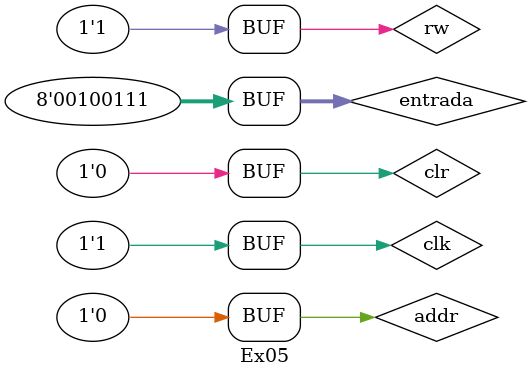
<source format=v>
	
`include "Exercicio102.v" 
	
module Exercicio105(output [7:0]saida, input [7:0]inp, input clk, input addr, input rw,  input clr );
	
	wire s1, s2;
	wire [3:0]saida1; 
	wire [3:0]saida2;
	wire [3:0]saida3; 
	wire [3:0]saida4;  
		
	Demux dmx (s1,s2, addr);
	
	Exercicio102 mem1(saida1, inp[7:4], clk, s1, rw, clr);
	Exercicio102 mem2(saida2, inp[3:0], clk, s1, rw, clr);
	Exercicio102 mem3(saida3, inp[7:4], clk, s2, rw, clr);
	Exercicio102 mem4(saida4, inp[3:0], clk, s2, rw, clr);	
	
	Mux MUX1 (saida[0], saida1[0], saida2[0], addr);
	Mux MUX2 (saida[1], saida1[1], saida2[1], addr);
	Mux MUX3 (saida[2], saida1[2], saida2[2], addr);
	Mux MUX4 (saida[3], saida1[3], saida2[3], addr);
	Mux MUX5 (saida[4], saida3[0], saida4[4], addr);
	Mux MUX6 (saida[5], saida3[1], saida4[5], addr);
	Mux MUX7 (saida[6], saida3[2], saida4[6], addr);
	Mux MUX8 (saida[7], saida3[3], saida4[7], addr);
	
endmodule	

module Ex05; 
	
	reg [7:0]entrada;
	reg clk;
	reg addr;
	reg rw;
	reg clr; 
	wire [7:0]saida;
	
	Exercicio105 mod1 (saida, entrada, clk, addr, rw, clr);
	
	initial begin
	$display("Entrada\tClk\tAddr\tR/W\tClr\tSaida\n");
	#1 entrada = 11100000;  clk = 1;  addr = 0;  rw = 1;  clr = 1;
	$monitor("%4b\t%1b\t%1b\t%1b\t%1b\t%4b",entrada, clk, addr, rw, clr, saida);
	#1 entrada = 11011111;  clk = 1;  addr = 0;  rw = 1;  clr = 0;
	end		

endmodule 
			 
</source>
